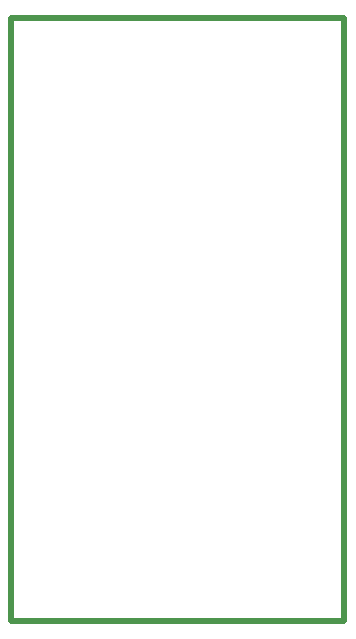
<source format=gko>
G04 start of page 4 for group 2 idx 2 *
G04 Title: (unknown), outline *
G04 Creator: pcb 20140316 *
G04 CreationDate: Mon 16 Nov 2015 12:26:51 PM GMT UTC *
G04 For: fosse *
G04 Format: Gerber/RS-274X *
G04 PCB-Dimensions (mil): 1250.00 2150.00 *
G04 PCB-Coordinate-Origin: lower left *
%MOIN*%
%FSLAX25Y25*%
%LNOUTLINE*%
%ADD38C,0.0200*%
G54D38*X5000Y211000D02*X116000D01*
Y10000D01*
X5000D01*
Y211000D01*
M02*

</source>
